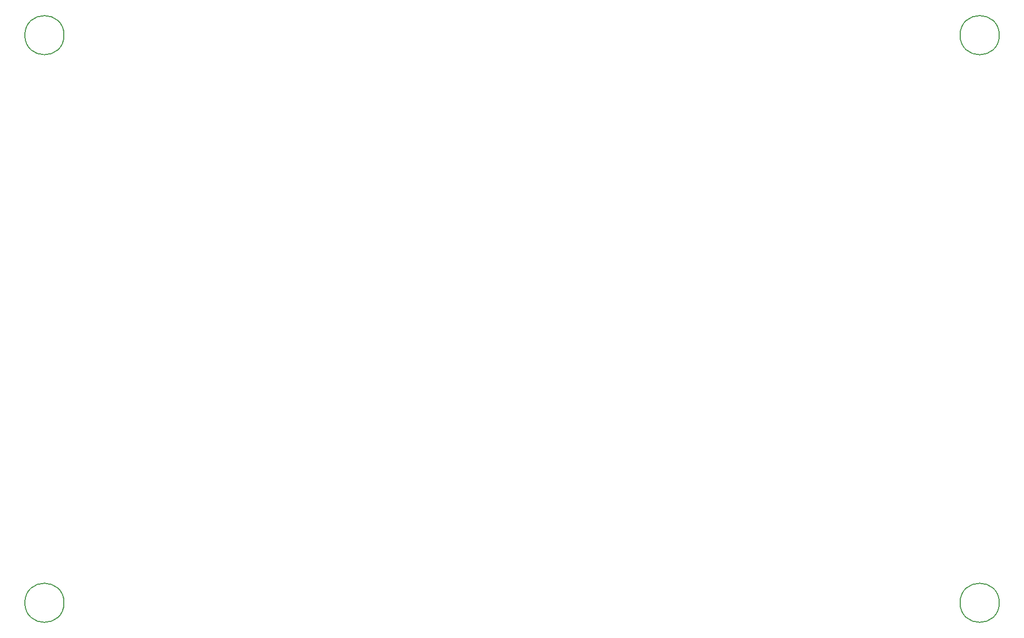
<source format=gbr>
%TF.GenerationSoftware,KiCad,Pcbnew,7.0.9*%
%TF.CreationDate,2024-04-05T20:33:33+01:00*%
%TF.ProjectId,rosco_m68k,726f7363-6f5f-46d3-9638-6b2e6b696361,2.2*%
%TF.SameCoordinates,Original*%
%TF.FileFunction,Other,Comment*%
%FSLAX46Y46*%
G04 Gerber Fmt 4.6, Leading zero omitted, Abs format (unit mm)*
G04 Created by KiCad (PCBNEW 7.0.9) date 2024-04-05 20:33:33*
%MOMM*%
%LPD*%
G01*
G04 APERTURE LIST*
%ADD10C,0.150000*%
G04 APERTURE END LIST*
D10*
%TO.C,H1*%
X74700000Y-151500000D02*
G75*
G03*
X74700000Y-151500000I-3200000J0D01*
G01*
%TO.C,H2*%
X74700000Y-58700000D02*
G75*
G03*
X74700000Y-58700000I-3200000J0D01*
G01*
%TO.C,H4*%
X227500000Y-151500000D02*
G75*
G03*
X227500000Y-151500000I-3200000J0D01*
G01*
%TO.C,H3*%
X227500000Y-58700000D02*
G75*
G03*
X227500000Y-58700000I-3200000J0D01*
G01*
%TD*%
M02*

</source>
